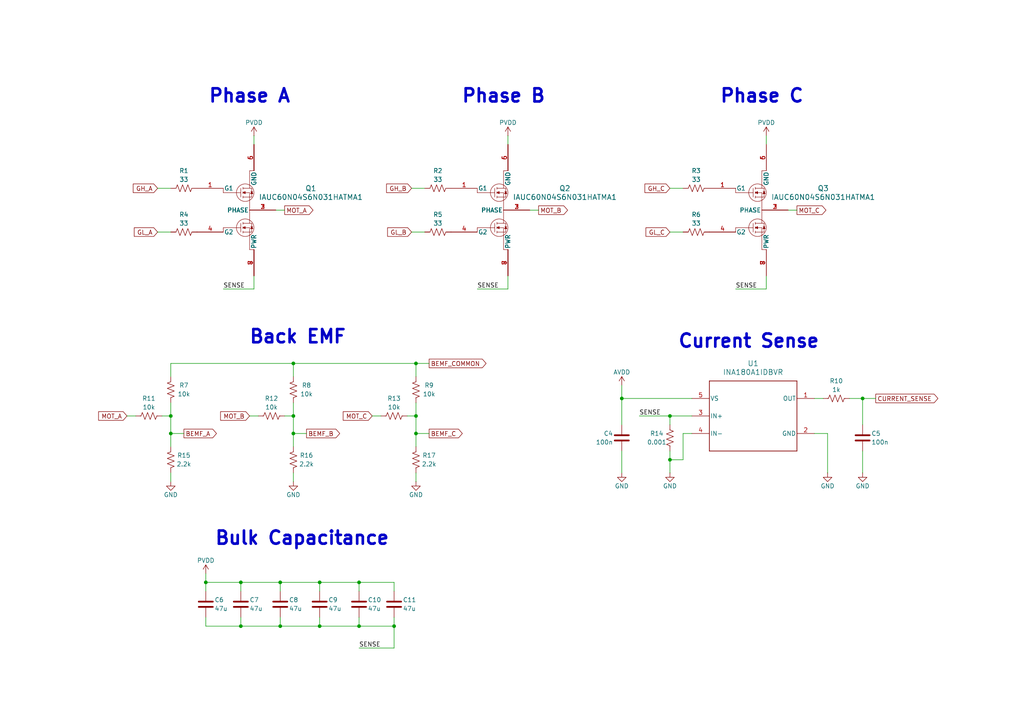
<source format=kicad_sch>
(kicad_sch (version 20231120) (generator "eeschema") (generator_version "8.0")
  (paper "A4")
  (title_block (title "Easy BLDC") (date "2024-08-06") (rev "2.0") (company "Peter Buckley Engineering"))
  (lib_symbols
    (symbol "Device:C" (pin_numbers hide) (pin_names (offset 0.254))
      (property "Reference" "C" (at 0.635 2.54 0))
      (property "Value" "C" (at 0.635 -2.54 0))
      (symbol "C_0_1"
        (polyline (pts (xy -2.032 -0.762) (xy 2.032 -0.762)) (stroke (width 0.508)))
        (polyline (pts (xy -2.032 0.762) (xy 2.032 0.762)) (stroke (width 0.508)))
      )
      (symbol "C_1_1"
        (pin passive line (at 0 3.81 270) (length 2.794) (name "~") (number "1"))
        (pin passive line (at 0 -3.81 90) (length 2.794) (name "~") (number "2"))
      )
    )
    (symbol "Device:R_US" (pin_numbers hide) (pin_names (offset 0))
      (property "Reference" "R" (at 2.54 0 90))
      (property "Value" "R_US" (at -2.54 0 90))
      (symbol "R_US_0_1"
        (polyline (pts (xy 0 -2.286) (xy 0 -2.54)))
        (polyline (pts (xy 0 2.286) (xy 0 2.54)))
        (polyline (pts (xy 0 -0.762) (xy 1.016 -1.143) (xy 0 -1.524) (xy -1.016 -1.905) (xy 0 -2.286)))
        (polyline (pts (xy 0 0.762) (xy 1.016 0.381) (xy 0 0) (xy -1.016 -0.381) (xy 0 -0.762)))
        (polyline (pts (xy 0 2.286) (xy 1.016 1.905) (xy 0 1.524) (xy -1.016 1.143) (xy 0 0.762)))
      )
      (symbol "R_US_1_1"
        (pin passive line (at 0 3.81 270) (length 1.27) (name "~") (number "1"))
        (pin passive line (at 0 -3.81 90) (length 1.27) (name "~") (number "2"))
      )
    )
    (symbol "EasyBLDC:IAUC60N04S6N031HATMA1" (pin_names (offset 0.254))
      (property "Reference" "Q" (at 5.08 8.89 0))
      (property "Value" "IAUC60N04S6N031HATMA1" (at 19.05 6.35 0))
      (symbol "IAUC60N04S6N031HATMA1_0_1"
        (circle (center -1.27 -5.08) (radius 2.54) (stroke (width 0.127)))
        (circle (center -1.27 5.08) (radius 2.54) (stroke (width 0.127)))
        (polyline (pts (xy -7.62 -6.35) (xy -7.62 -5.08)) (stroke (width 0.127)))
        (polyline (pts (xy -7.62 5.08) (xy -7.62 6.35)) (stroke (width 0.127)))
        (polyline (pts (xy -2.54 -6.35) (xy -2.54 -3.81)) (stroke (width 0.127)))
        (polyline (pts (xy -2.54 -5.08) (xy -7.62 -5.08)) (stroke (width 0.127)))
        (polyline (pts (xy -2.54 3.81) (xy -2.54 6.35)) (stroke (width 0.127)))
        (polyline (pts (xy -2.54 5.08) (xy -7.62 5.08)) (stroke (width 0.127)))
        (polyline (pts (xy -1.905 -6.6675) (xy -1.905 -6.0325)) (stroke (width 0.127)))
        (polyline (pts (xy -1.905 -6.35) (xy 0.635 -6.35)) (stroke (width 0.127)))
        (polyline (pts (xy -1.905 -5.3975) (xy -1.905 -4.7625)) (stroke (width 0.127)))
        (polyline (pts (xy -1.905 -5.08) (xy -1.27 -5.3975)) (stroke (width 0.127)))
        (polyline (pts (xy -1.905 -5.08) (xy 0 -5.08)) (stroke (width 0.127)))
        (polyline (pts (xy -1.905 -4.1275) (xy -1.905 -3.4925)) (stroke (width 0.127)))
        (polyline (pts (xy -1.905 3.4925) (xy -1.905 4.1275)) (stroke (width 0.127)))
        (polyline (pts (xy -1.905 3.81) (xy 0.635 3.81)) (stroke (width 0.127)))
        (polyline (pts (xy -1.905 4.7625) (xy -1.905 5.3975)) (stroke (width 0.127)))
        (polyline (pts (xy -1.905 5.08) (xy -1.27 4.7625)) (stroke (width 0.127)))
        (polyline (pts (xy -1.905 5.08) (xy 0 5.08)) (stroke (width 0.127)))
        (polyline (pts (xy -1.905 6.0325) (xy -1.905 6.6675)) (stroke (width 0.127)))
        (polyline (pts (xy -1.27 -5.3975) (xy -1.27 -4.7625)) (stroke (width 0.127)))
        (polyline (pts (xy -1.27 -4.7625) (xy -1.905 -5.08)) (stroke (width 0.127)))
        (polyline (pts (xy -1.27 4.7625) (xy -1.27 5.3975)) (stroke (width 0.127)))
        (polyline (pts (xy -1.27 5.3975) (xy -1.905 5.08)) (stroke (width 0.127)))
        (polyline (pts (xy 0 -11.43) (xy 1.27 -11.43)) (stroke (width 0.127)))
        (polyline (pts (xy 0 -5.08) (xy 0 -11.43)) (stroke (width 0.127)))
        (polyline (pts (xy 0 -3.81) (xy 0 0)) (stroke (width 0.127)))
        (polyline (pts (xy 0 5.08) (xy 0 0)) (stroke (width 0.127)))
        (polyline (pts (xy 0 6.35) (xy 0 11.43)) (stroke (width 0.127)))
        (polyline (pts (xy 0 11.43) (xy 1.27 11.43)) (stroke (width 0.127)))
        (polyline (pts (xy 0.3175 -5.3975) (xy 0.9525 -5.3975)) (stroke (width 0.127)))
        (polyline (pts (xy 0.3175 -4.7625) (xy 0.9525 -4.7625)) (stroke (width 0.127)))
        (polyline (pts (xy 0.3175 4.7625) (xy 0.9525 4.7625)) (stroke (width 0.127)))
        (polyline (pts (xy 0.3175 5.3975) (xy 0.9525 5.3975)) (stroke (width 0.127)))
        (polyline (pts (xy 0.635 -6.35) (xy 0.635 -3.81)) (stroke (width 0.127)))
        (polyline (pts (xy 0.635 -4.7625) (xy 0.3175 -5.3975)) (stroke (width 0.127)))
        (polyline (pts (xy 0.635 -3.81) (xy -1.905 -3.81)) (stroke (width 0.127)))
        (polyline (pts (xy 0.635 3.81) (xy 0.635 6.35)) (stroke (width 0.127)))
        (polyline (pts (xy 0.635 5.3975) (xy 0.3175 4.7625)) (stroke (width 0.127)))
        (polyline (pts (xy 0.635 6.35) (xy -1.905 6.35)) (stroke (width 0.127)))
        (polyline (pts (xy 0.9525 -5.3975) (xy 0.635 -4.7625)) (stroke (width 0.127)))
        (polyline (pts (xy 0.9525 4.7625) (xy 0.635 5.3975)) (stroke (width 0.127)))
        (polyline (pts (xy -1.27 -5.3975) (xy -1.27 -4.7625) (xy -1.905 -5.08)) (fill (type outline)))
        (polyline (pts (xy -1.27 4.7625) (xy -1.27 5.3975) (xy -1.905 5.08)) (fill (type outline)))
        (polyline (pts (xy 0.9525 -5.3975) (xy 0.635 -4.7625) (xy 0.3175 -5.3975)) (fill (type outline)))
        (polyline (pts (xy 0.9525 4.7625) (xy 0.635 5.3975) (xy 0.3175 4.7625)) (fill (type outline)))
        (pin unspecified line (at 7.62 0 180) (length 7.62) (name "PHASE") (number "2"))
        (pin unspecified line (at 7.62 0 180) (length 7.62) (name "PHASE") (number "3"))
        (pin power_out line (at 1.27 19.05 270) (length 7.62) (name "GND") (number "5"))
        (pin power_out line (at 1.27 19.05 270) (length 7.62) (name "GND") (number "6"))
      )
      (symbol "IAUC60N04S6N031HATMA1_1_1"
        (pin unspecified line (at -15.24 6.35 0) (length 7.62) (name "G1") (number "1"))
        (pin unspecified line (at -15.24 -6.35 0) (length 7.62) (name "G2") (number "4"))
        (pin unspecified line (at 1.27 -19.05 90) (length 7.62) (name "PWR") (number "7"))
        (pin unspecified line (at 1.27 -19.05 90) (length 7.62) (name "PWR") (number "8"))
      )
    )
    (symbol "EasyBLDC:INA180A1IDBVR" (pin_names (offset 0.254))
      (property "Reference" "U" (at 0 2.54 0))
      (property "Value" "INA180A1IDBVR" (at 0 0 0))
      (symbol "INA180A1IDBVR_0_1"
        (polyline (pts (xy -12.7 -10.16) (xy 12.7 -10.16)) (stroke (width 0.2032)))
        (polyline (pts (xy -12.7 10.16) (xy -12.7 -10.16)) (stroke (width 0.2032)))
        (polyline (pts (xy 12.7 -10.16) (xy 12.7 10.16)) (stroke (width 0.2032)))
        (polyline (pts (xy 12.7 10.16) (xy -12.7 10.16)) (stroke (width 0.2032)))
        (pin output line (at 17.78 5.08 180) (length 5.08) (name "OUT") (number "1"))
        (pin power_in line (at 17.78 -5.08 180) (length 5.08) (name "GND") (number "2"))
        (pin input line (at -17.78 0 0) (length 5.08) (name "IN+") (number "3"))
        (pin input line (at -17.78 -5.08 0) (length 5.08) (name "IN-") (number "4"))
        (pin power_in line (at -17.78 5.08 0) (length 5.08) (name "VS") (number "5"))
      )
    )
    (symbol "power:+1V2" (power) (pin_numbers hide) (pin_names (offset 0) hide)
      (property "Value" "+1V2" (at 0 3.556 0))
      (symbol "+1V2_0_1"
        (polyline (pts (xy -0.762 1.27) (xy 0 2.54)))
        (polyline (pts (xy 0 0) (xy 0 2.54)))
        (polyline (pts (xy 0 2.54) (xy 0.762 1.27)))
      )
      (symbol "+1V2_1_1"
        (pin power_in line (at 0 0 90) (length 0) (name "~") (number "1"))
      )
    )
    (symbol "power:GND" (power) (pin_numbers hide) (pin_names (offset 0) hide)
      (property "Value" "GND" (at 0 -3.81 0))
      (symbol "GND_0_1"
        (polyline (pts (xy 0 0) (xy 0 -1.27) (xy 1.27 -1.27) (xy 0 -2.54) (xy -1.27 -1.27) (xy 0 -1.27)))
      )
      (symbol "GND_1_1"
        (pin power_in line (at 0 0 270) (length 0) (name "~") (number "1"))
      )
    )
  )
  (junction (at 49.53 125.73))
  (junction (at 104.14 181.61))
  (junction (at 120.65 120.65))
  (junction (at 69.85 168.91))
  (junction (at 92.71 181.61))
  (junction (at 49.53 120.65))
  (junction (at 120.65 125.73))
  (junction (at 180.34 115.57))
  (junction (at 194.31 120.65))
  (junction (at 194.31 133.35))
  (junction (at 59.69 168.91))
  (junction (at 120.65 105.41))
  (junction (at 85.09 125.73))
  (junction (at 85.09 105.41))
  (junction (at 81.28 168.91))
  (junction (at 81.28 181.61))
  (junction (at 69.85 181.61))
  (junction (at 104.14 168.91))
  (junction (at 92.71 168.91))
  (junction (at 250.19 115.57))
  (junction (at 114.3 181.61))
  (junction (at 85.09 120.65))
  (wire (pts (xy 194.31 120.65) (xy 194.31 123.19)))
  (wire (pts (xy 59.69 181.61) (xy 69.85 181.61)))
  (wire (pts (xy 194.31 133.35) (xy 194.31 137.16)))
  (wire (pts (xy 250.19 115.57) (xy 254 115.57)))
  (wire (pts (xy 59.69 171.45) (xy 59.69 168.91)))
  (wire (pts (xy 92.71 168.91) (xy 104.14 168.91)))
  (wire (pts (xy 118.11 120.65) (xy 120.65 120.65)))
  (wire (pts (xy 85.09 125.73) (xy 85.09 129.54)))
  (wire (pts (xy 104.14 168.91) (xy 114.3 168.91)))
  (wire (pts (xy 147.32 83.82) (xy 147.32 80.01)))
  (wire (pts (xy 69.85 181.61) (xy 69.85 179.07)))
  (wire (pts (xy 46.99 120.65) (xy 49.53 120.65)))
  (wire (pts (xy 81.28 168.91) (xy 92.71 168.91)))
  (wire (pts (xy 59.69 179.07) (xy 59.69 181.61)))
  (wire (pts (xy 85.09 120.65) (xy 85.09 125.73)))
  (wire (pts (xy 240.03 125.73) (xy 240.03 137.16)))
  (wire (pts (xy 69.85 168.91) (xy 81.28 168.91)))
  (wire (pts (xy 73.66 39.37) (xy 73.66 41.91)))
  (wire (pts (xy 85.09 105.41) (xy 120.65 105.41)))
  (wire (pts (xy 107.95 120.65) (xy 110.49 120.65)))
  (wire (pts (xy 69.85 168.91) (xy 69.85 171.45)))
  (wire (pts (xy 246.38 115.57) (xy 250.19 115.57)))
  (wire (pts (xy 92.71 168.91) (xy 92.71 171.45)))
  (wire (pts (xy 49.53 105.41) (xy 85.09 105.41)))
  (wire (pts (xy 45.72 67.31) (xy 49.53 67.31)))
  (wire (pts (xy 222.25 83.82) (xy 222.25 80.01)))
  (wire (pts (xy 138.43 83.82) (xy 147.32 83.82)))
  (wire (pts (xy 120.65 125.73) (xy 120.65 129.54)))
  (wire (pts (xy 194.31 120.65) (xy 200.66 120.65)))
  (wire (pts (xy 236.22 115.57) (xy 238.76 115.57)))
  (wire (pts (xy 180.34 115.57) (xy 180.34 111.76)))
  (wire (pts (xy 194.31 54.61) (xy 198.12 54.61)))
  (wire (pts (xy 49.53 120.65) (xy 49.53 125.73)))
  (wire (pts (xy 104.14 181.61) (xy 104.14 179.07)))
  (wire (pts (xy 153.67 60.96) (xy 156.21 60.96)))
  (wire (pts (xy 92.71 181.61) (xy 104.14 181.61)))
  (wire (pts (xy 180.34 130.81) (xy 180.34 137.16)))
  (wire (pts (xy 36.83 120.65) (xy 39.37 120.65)))
  (wire (pts (xy 45.72 54.61) (xy 49.53 54.61)))
  (wire (pts (xy 85.09 137.16) (xy 85.09 139.7)))
  (wire (pts (xy 120.65 137.16) (xy 120.65 139.7)))
  (wire (pts (xy 81.28 181.61) (xy 92.71 181.61)))
  (wire (pts (xy 120.65 116.84) (xy 120.65 120.65)))
  (wire (pts (xy 64.77 83.82) (xy 73.66 83.82)))
  (wire (pts (xy 81.28 181.61) (xy 81.28 179.07)))
  (wire (pts (xy 194.31 130.81) (xy 194.31 133.35)))
  (wire (pts (xy 53.34 125.73) (xy 49.53 125.73)))
  (wire (pts (xy 85.09 116.84) (xy 85.09 120.65)))
  (wire (pts (xy 72.39 120.65) (xy 74.93 120.65)))
  (wire (pts (xy 120.65 105.41) (xy 124.46 105.41)))
  (wire (pts (xy 213.36 83.82) (xy 222.25 83.82)))
  (wire (pts (xy 92.71 181.61) (xy 92.71 179.07)))
  (wire (pts (xy 69.85 181.61) (xy 81.28 181.61)))
  (wire (pts (xy 49.53 116.84) (xy 49.53 120.65)))
  (wire (pts (xy 194.31 67.31) (xy 198.12 67.31)))
  (wire (pts (xy 120.65 105.41) (xy 120.65 109.22)))
  (wire (pts (xy 180.34 115.57) (xy 180.34 123.19)))
  (wire (pts (xy 250.19 130.81) (xy 250.19 137.16)))
  (wire (pts (xy 194.31 133.35) (xy 198.12 133.35)))
  (wire (pts (xy 119.38 54.61) (xy 123.19 54.61)))
  (wire (pts (xy 250.19 115.57) (xy 250.19 123.19)))
  (wire (pts (xy 114.3 181.61) (xy 114.3 187.96)))
  (wire (pts (xy 49.53 109.22) (xy 49.53 105.41)))
  (wire (pts (xy 185.42 120.65) (xy 194.31 120.65)))
  (wire (pts (xy 82.55 120.65) (xy 85.09 120.65)))
  (wire (pts (xy 198.12 125.73) (xy 198.12 133.35)))
  (wire (pts (xy 200.66 125.73) (xy 198.12 125.73)))
  (wire (pts (xy 73.66 83.82) (xy 73.66 80.01)))
  (wire (pts (xy 222.25 39.37) (xy 222.25 41.91)))
  (wire (pts (xy 114.3 168.91) (xy 114.3 171.45)))
  (wire (pts (xy 49.53 125.73) (xy 49.53 129.54)))
  (wire (pts (xy 88.9 125.73) (xy 85.09 125.73)))
  (wire (pts (xy 228.6 60.96) (xy 231.14 60.96)))
  (wire (pts (xy 81.28 168.91) (xy 81.28 171.45)))
  (wire (pts (xy 200.66 115.57) (xy 180.34 115.57)))
  (wire (pts (xy 80.01 60.96) (xy 82.55 60.96)))
  (wire (pts (xy 85.09 105.41) (xy 85.09 109.22)))
  (wire (pts (xy 119.38 67.31) (xy 123.19 67.31)))
  (wire (pts (xy 120.65 120.65) (xy 120.65 125.73)))
  (wire (pts (xy 124.46 125.73) (xy 120.65 125.73)))
  (wire (pts (xy 59.69 168.91) (xy 69.85 168.91)))
  (wire (pts (xy 104.14 168.91) (xy 104.14 171.45)))
  (wire (pts (xy 104.14 187.96) (xy 114.3 187.96)))
  (wire (pts (xy 147.32 39.37) (xy 147.32 41.91)))
  (wire (pts (xy 104.14 181.61) (xy 114.3 181.61)))
  (wire (pts (xy 49.53 137.16) (xy 49.53 139.7)))
  (wire (pts (xy 114.3 181.61) (xy 114.3 179.07)))
  (wire (pts (xy 59.69 166.37) (xy 59.69 168.91)))
  (wire (pts (xy 240.03 125.73) (xy 236.22 125.73)))
  (text "Current Sense\n" (at 217.17 99.06 0) (effects (font (size 3.81 3.81) (thickness 0.762) (bold yes))))
  (text "Phase C\n" (at 220.98 27.94 0) (effects (font (size 3.81 3.81) (thickness 0.762) (bold yes))))
  (text "Bulk Capacitance" (at 87.63 156.21 0) (effects (font (size 3.81 3.81) (thickness 0.762) (bold yes))))
  (text "Phase B" (at 146.05 27.94 0) (effects (font (size 3.81 3.81) (thickness 0.762) (bold yes))))
  (text "Back EMF\n" (at 86.36 97.79 0) (effects (font (size 3.81 3.81) (thickness 0.762) (bold yes))))
  (text "Phase A" (at 72.39 27.94 0) (effects (font (size 3.81 3.81) (thickness 0.762) (bold yes))))
  (label "SENSE" (at 213.36 83.82 0))
  (label "SENSE" (at 104.14 187.96 0))
  (label "SENSE" (at 185.42 120.65 0))
  (label "SENSE" (at 138.43 83.82 0))
  (label "SENSE" (at 64.77 83.82 0))
  (global_label "MOT_B" (shape output) (at 156.21 60.96 0) (property "Intersheetrefs" "${INTERSHEET_REFS}" (effects (hide yes))))
  (global_label "MOT_A" (shape input) (at 36.83 120.65 180) (property "Intersheetrefs" "${INTERSHEET_REFS}" (effects (hide yes))))
  (global_label "MOT_C" (shape output) (at 231.14 60.96 0) (property "Intersheetrefs" "${INTERSHEET_REFS}" (effects (hide yes))))
  (global_label "MOT_C" (shape input) (at 107.95 120.65 180) (property "Intersheetrefs" "${INTERSHEET_REFS}" (effects (hide yes))))
  (global_label "GH_C" (shape input) (at 194.31 54.61 180) (property "Intersheetrefs" "${INTERSHEET_REFS}" (effects (hide yes))))
  (global_label "MOT_B" (shape input) (at 72.39 120.65 180) (property "Intersheetrefs" "${INTERSHEET_REFS}" (effects (hide yes))))
  (global_label "GL_B" (shape input) (at 119.38 67.31 180) (property "Intersheetrefs" "${INTERSHEET_REFS}" (effects (hide yes))))
  (global_label "BEMF_B" (shape output) (at 88.9 125.73 0) (property "Intersheetrefs" "${INTERSHEET_REFS}" (effects (hide yes))))
  (global_label "MOT_A" (shape output) (at 82.55 60.96 0) (property "Intersheetrefs" "${INTERSHEET_REFS}" (effects (hide yes))))
  (global_label "BEMF_C" (shape output) (at 124.46 125.73 0) (property "Intersheetrefs" "${INTERSHEET_REFS}" (effects (hide yes))))
  (global_label "GH_B" (shape input) (at 119.38 54.61 180) (property "Intersheetrefs" "${INTERSHEET_REFS}" (effects (hide yes))))
  (global_label "GL_C" (shape input) (at 194.31 67.31 180) (property "Intersheetrefs" "${INTERSHEET_REFS}" (effects (hide yes))))
  (global_label "BEMF_A" (shape output) (at 53.34 125.73 0) (property "Intersheetrefs" "${INTERSHEET_REFS}" (effects (hide yes))))
  (global_label "BEMF_COMMON" (shape output) (at 124.46 105.41 0) (property "Intersheetrefs" "${INTERSHEET_REFS}" (effects (hide yes))))
  (global_label "GH_A" (shape input) (at 45.72 54.61 180) (property "Intersheetrefs" "${INTERSHEET_REFS}" (effects (hide yes))))
  (global_label "CURRENT_SENSE" (shape output) (at 254 115.57 0) (property "Intersheetrefs" "${INTERSHEET_REFS}" (effects (hide yes))))
  (global_label "GL_A" (shape input) (at 45.72 67.31 180) (property "Intersheetrefs" "${INTERSHEET_REFS}" (effects (hide yes))))
  (symbol (lib_id "Device:R_US") (at 201.93 54.61 90) (unit 1)
    (property "Reference" "R3" (at 201.93 49.53 90))
    (property "Value" "33" (at 201.93 52.07 90))
    (property "Footprint" "Resistor_SMD:R_0402_1005Metric" (effects (hide yes)))
    (property "Description" "Resistor, US symbol" (effects (hide yes)))
  )
  (symbol (lib_id "power:GND") (at 194.31 137.16 0) (unit 1)
    (property "Reference" "#PWR09" (effects (hide yes)))
    (property "Value" "GND" (at 194.31 140.97 0))
    (property "Description" "Power symbol creates a global label with name \"GND\" , ground" (effects (hide yes)))
  )
  (symbol (lib_id "Device:R_US") (at 127 67.31 90) (unit 1)
    (property "Reference" "R5" (at 127 62.23 90))
    (property "Value" "33" (at 127 64.77 90))
    (property "Footprint" "Resistor_SMD:R_0402_1005Metric" (effects (hide yes)))
    (property "Description" "Resistor, US symbol" (effects (hide yes)))
  )
  (symbol (lib_id "power:GND") (at 85.09 139.7 0) (unit 1)
    (property "Reference" "#PWR013" (effects (hide yes)))
    (property "Value" "GND" (at 85.09 143.51 0))
    (property "Description" "Power symbol creates a global label with name \"GND\" , ground" (effects (hide yes)))
  )
  (symbol (lib_id "Device:R_US") (at 49.53 133.35 0) (mirror x) (unit 1)
    (property "Reference" "R15" (at 53.34 132.08 0))
    (property "Value" "2.2k" (at 53.34 134.62 0))
    (property "Footprint" "Resistor_SMD:R_0402_1005Metric" (effects (hide yes)))
    (property "Description" "Resistor, US symbol" (effects (hide yes)))
  )
  (symbol (lib_id "Device:C") (at 180.34 127 0) (mirror y) (unit 1)
    (property "Reference" "C4" (at 177.8 125.73 0) (effects (justify left)))
    (property "Value" "100n" (at 177.8 128.27 0) (effects (justify left)))
    (property "Footprint" "Capacitor_SMD:C_0402_1005Metric" (effects (hide yes)))
    (property "Description" "Unpolarized capacitor" (effects (hide yes)))
  )
  (symbol (lib_id "Device:R_US") (at 43.18 120.65 90) (unit 1)
    (property "Reference" "R11" (at 43.18 115.57 90))
    (property "Value" "10k" (at 43.18 118.11 90))
    (property "Footprint" "Resistor_SMD:R_0402_1005Metric" (effects (hide yes)))
    (property "Description" "Resistor, US symbol" (effects (hide yes)))
  )
  (symbol (lib_id "Device:C") (at 81.28 175.26 0) (unit 1)
    (property "Reference" "C8" (at 83.82 173.99 0) (effects (justify left)))
    (property "Value" "47u" (at 83.82 176.53 0) (effects (justify left)))
    (property "Footprint" "Capacitor_SMD:C_1206_3216Metric" (effects (hide yes)))
    (property "Description" "Unpolarized capacitor" (effects (hide yes)))
  )
  (symbol (lib_id "Device:C") (at 92.71 175.26 0) (unit 1)
    (property "Reference" "C9" (at 95.25 173.99 0) (effects (justify left)))
    (property "Value" "47u" (at 95.25 176.53 0) (effects (justify left)))
    (property "Footprint" "Capacitor_SMD:C_1206_3216Metric" (effects (hide yes)))
    (property "Description" "Unpolarized capacitor" (effects (hide yes)))
  )
  (symbol (lib_id "power:GND") (at 250.19 137.16 0) (unit 1)
    (property "Reference" "#PWR011" (effects (hide yes)))
    (property "Value" "GND" (at 250.19 140.97 0))
    (property "Description" "Power symbol creates a global label with name \"GND\" , ground" (effects (hide yes)))
  )
  (symbol (lib_id "EasyBLDC:IAUC60N04S6N031HATMA1") (at 72.39 60.96 0) (unit 1)
    (property "Reference" "Q1" (at 90.17 54.6414 0) (effects (font (size 1.524 1.524))))
    (property "Value" "IAUC60N04S6N031HATMA1" (at 90.17 57.1814 0) (effects (font (size 1.524 1.524))))
    (property "Footprint" "EasyBLDC:PG-TDSON-8-56-2" (effects (hide yes)))
    (property "Datasheet" "IAUC60N04S6N031HATMA1" (effects (hide yes)))
  )
  (symbol (lib_id "Device:R_US") (at 127 54.61 90) (unit 1)
    (property "Reference" "R2" (at 127 49.53 90))
    (property "Value" "33" (at 127 52.07 90))
    (property "Footprint" "Resistor_SMD:R_0402_1005Metric" (effects (hide yes)))
    (property "Description" "Resistor, US symbol" (effects (hide yes)))
  )
  (symbol (lib_id "Device:R_US") (at 85.09 113.03 0) (mirror x) (unit 1)
    (property "Reference" "R8" (at 88.9 111.76 0))
    (property "Value" "10k" (at 88.9 114.3 0))
    (property "Footprint" "Resistor_SMD:R_0402_1005Metric" (effects (hide yes)))
    (property "Description" "Resistor, US symbol" (effects (hide yes)))
  )
  (symbol (lib_id "power:+1V2") (at 73.66 39.37 0) (unit 1)
    (property "Reference" "#PWR04" (effects (hide yes)))
    (property "Value" "PVDD" (at 73.66 35.56 0))
    (property "Description" "Power symbol creates a global label with name \"+1V2\"" (effects (hide yes)))
  )
  (symbol (lib_id "Device:R_US") (at 201.93 67.31 90) (unit 1)
    (property "Reference" "R6" (at 201.93 62.23 90))
    (property "Value" "33" (at 201.93 64.77 90))
    (property "Footprint" "Resistor_SMD:R_0402_1005Metric" (effects (hide yes)))
    (property "Description" "Resistor, US symbol" (effects (hide yes)))
  )
  (symbol (lib_id "Device:R_US") (at 194.31 127 180) (unit 1)
    (property "Reference" "R14" (at 190.5 125.73 0))
    (property "Value" "0.001" (at 190.5 128.27 0))
    (property "Footprint" "Resistor_SMD:R_2512_6332Metric" (effects (hide yes)))
    (property "Description" "Resistor, US symbol" (effects (hide yes)))
  )
  (symbol (lib_id "EasyBLDC:INA180A1IDBVR") (at 218.44 120.65 0) (unit 1)
    (property "Reference" "U1" (at 218.44 105.41 0) (effects (font (size 1.524 1.524))))
    (property "Value" "INA180A1IDBVR" (at 218.44 107.95 0) (effects (font (size 1.524 1.524))))
    (property "Footprint" "EasyBLDC:DBV0005A_N" (effects (hide yes)))
    (property "Datasheet" "INA180A1IDBVR" (effects (hide yes)))
  )
  (symbol (lib_id "Device:R_US") (at 53.34 67.31 90) (unit 1)
    (property "Reference" "R4" (at 53.34 62.23 90))
    (property "Value" "33" (at 53.34 64.77 90))
    (property "Footprint" "Resistor_SMD:R_0402_1005Metric" (effects (hide yes)))
    (property "Description" "Resistor, US symbol" (effects (hide yes)))
  )
  (symbol (lib_id "Device:R_US") (at 114.3 120.65 90) (unit 1)
    (property "Reference" "R13" (at 114.3 115.57 90))
    (property "Value" "10k" (at 114.3 118.11 90))
    (property "Footprint" "Resistor_SMD:R_0402_1005Metric" (effects (hide yes)))
    (property "Description" "Resistor, US symbol" (effects (hide yes)))
  )
  (symbol (lib_id "power:GND") (at 180.34 137.16 0) (unit 1)
    (property "Reference" "#PWR08" (effects (hide yes)))
    (property "Value" "GND" (at 180.34 140.97 0))
    (property "Description" "Power symbol creates a global label with name \"GND\" , ground" (effects (hide yes)))
  )
  (symbol (lib_id "Device:C") (at 69.85 175.26 0) (unit 1)
    (property "Reference" "C7" (at 72.39 173.99 0) (effects (justify left)))
    (property "Value" "47u" (at 72.39 176.53 0) (effects (justify left)))
    (property "Footprint" "Capacitor_SMD:C_1206_3216Metric" (effects (hide yes)))
    (property "Description" "Unpolarized capacitor" (effects (hide yes)))
  )
  (symbol (lib_id "Device:R_US") (at 120.65 113.03 0) (mirror x) (unit 1)
    (property "Reference" "R9" (at 124.46 111.76 0))
    (property "Value" "10k" (at 124.46 114.3 0))
    (property "Footprint" "Resistor_SMD:R_0402_1005Metric" (effects (hide yes)))
    (property "Description" "Resistor, US symbol" (effects (hide yes)))
  )
  (symbol (lib_id "power:GND") (at 120.65 139.7 0) (unit 1)
    (property "Reference" "#PWR014" (effects (hide yes)))
    (property "Value" "GND" (at 120.65 143.51 0))
    (property "Description" "Power symbol creates a global label with name \"GND\" , ground" (effects (hide yes)))
  )
  (symbol (lib_id "power:GND") (at 49.53 139.7 0) (unit 1)
    (property "Reference" "#PWR012" (effects (hide yes)))
    (property "Value" "GND" (at 49.53 143.51 0))
    (property "Description" "Power symbol creates a global label with name \"GND\" , ground" (effects (hide yes)))
  )
  (symbol (lib_id "Device:C") (at 114.3 175.26 0) (unit 1)
    (property "Reference" "C11" (at 116.84 173.99 0) (effects (justify left)))
    (property "Value" "47u" (at 116.84 176.53 0) (effects (justify left)))
    (property "Footprint" "Capacitor_SMD:C_1206_3216Metric" (effects (hide yes)))
    (property "Description" "Unpolarized capacitor" (effects (hide yes)))
  )
  (symbol (lib_id "power:GND") (at 240.03 137.16 0) (unit 1)
    (property "Reference" "#PWR010" (effects (hide yes)))
    (property "Value" "GND" (at 240.03 140.97 0))
    (property "Description" "Power symbol creates a global label with name \"GND\" , ground" (effects (hide yes)))
  )
  (symbol (lib_id "power:+1V2") (at 147.32 39.37 0) (unit 1)
    (property "Reference" "#PWR05" (effects (hide yes)))
    (property "Value" "PVDD" (at 147.32 35.56 0))
    (property "Description" "Power symbol creates a global label with name \"+1V2\"" (effects (hide yes)))
  )
  (symbol (lib_id "power:+1V2") (at 180.34 111.76 0) (unit 1)
    (property "Reference" "#PWR07" (effects (hide yes)))
    (property "Value" "AVDD" (at 180.34 107.95 0))
    (property "Description" "Power symbol creates a global label with name \"+1V2\"" (effects (hide yes)))
  )
  (symbol (lib_id "Device:R_US") (at 120.65 133.35 0) (mirror x) (unit 1)
    (property "Reference" "R17" (at 124.46 132.08 0))
    (property "Value" "2.2k" (at 124.46 134.62 0))
    (property "Footprint" "Resistor_SMD:R_0402_1005Metric" (effects (hide yes)))
    (property "Description" "Resistor, US symbol" (effects (hide yes)))
  )
  (symbol (lib_id "Device:C") (at 250.19 127 0) (unit 1)
    (property "Reference" "C5" (at 252.73 125.73 0) (effects (justify left)))
    (property "Value" "100n" (at 252.73 128.27 0) (effects (justify left)))
    (property "Footprint" "Capacitor_SMD:C_0402_1005Metric" (effects (hide yes)))
    (property "Description" "Unpolarized capacitor" (effects (hide yes)))
  )
  (symbol (lib_id "power:+1V2") (at 59.69 166.37 0) (unit 1)
    (property "Reference" "#PWR015" (effects (hide yes)))
    (property "Value" "PVDD" (at 59.69 162.56 0))
    (property "Description" "Power symbol creates a global label with name \"+1V2\"" (effects (hide yes)))
  )
  (symbol (lib_id "Device:R_US") (at 78.74 120.65 90) (unit 1)
    (property "Reference" "R12" (at 78.74 115.57 90))
    (property "Value" "10k" (at 78.74 118.11 90))
    (property "Footprint" "Resistor_SMD:R_0402_1005Metric" (effects (hide yes)))
    (property "Description" "Resistor, US symbol" (effects (hide yes)))
  )
  (symbol (lib_id "EasyBLDC:IAUC60N04S6N031HATMA1") (at 220.98 60.96 0) (unit 1)
    (property "Reference" "Q3" (at 238.76 54.6414 0) (effects (font (size 1.524 1.524))))
    (property "Value" "IAUC60N04S6N031HATMA1" (at 238.76 57.1814 0) (effects (font (size 1.524 1.524))))
    (property "Footprint" "EasyBLDC:PG-TDSON-8-56-2" (effects (hide yes)))
    (property "Datasheet" "IAUC60N04S6N031HATMA1" (effects (hide yes)))
  )
  (symbol (lib_id "Device:R_US") (at 53.34 54.61 90) (unit 1)
    (property "Reference" "R1" (at 53.34 49.53 90))
    (property "Value" "33" (at 53.34 52.07 90))
    (property "Footprint" "Resistor_SMD:R_0402_1005Metric" (effects (hide yes)))
    (property "Description" "Resistor, US symbol" (effects (hide yes)))
  )
  (symbol (lib_id "EasyBLDC:IAUC60N04S6N031HATMA1") (at 146.05 60.96 0) (unit 1)
    (property "Reference" "Q2" (at 163.83 54.6414 0) (effects (font (size 1.524 1.524))))
    (property "Value" "IAUC60N04S6N031HATMA1" (at 163.83 57.1814 0) (effects (font (size 1.524 1.524))))
    (property "Footprint" "EasyBLDC:PG-TDSON-8-56-2" (effects (hide yes)))
    (property "Datasheet" "IAUC60N04S6N031HATMA1" (effects (hide yes)))
  )
  (symbol (lib_id "Device:C") (at 59.69 175.26 0) (unit 1)
    (property "Reference" "C6" (at 62.23 173.99 0) (effects (justify left)))
    (property "Value" "47u" (at 62.23 176.53 0) (effects (justify left)))
    (property "Footprint" "Capacitor_SMD:C_1206_3216Metric" (effects (hide yes)))
    (property "Description" "Unpolarized capacitor" (effects (hide yes)))
  )
  (symbol (lib_id "Device:R_US") (at 85.09 133.35 0) (mirror x) (unit 1)
    (property "Reference" "R16" (at 88.9 132.08 0))
    (property "Value" "2.2k" (at 88.9 134.62 0))
    (property "Footprint" "Resistor_SMD:R_0402_1005Metric" (effects (hide yes)))
    (property "Description" "Resistor, US symbol" (effects (hide yes)))
  )
  (symbol (lib_id "Device:R_US") (at 242.57 115.57 90) (unit 1)
    (property "Reference" "R10" (at 242.57 110.49 90))
    (property "Value" "1k" (at 242.57 113.03 90))
    (property "Footprint" "Resistor_SMD:R_0402_1005Metric" (effects (hide yes)))
    (property "Description" "Resistor, US symbol" (effects (hide yes)))
  )
  (symbol (lib_id "power:+1V2") (at 222.25 39.37 0) (unit 1)
    (property "Reference" "#PWR06" (effects (hide yes)))
    (property "Value" "PVDD" (at 222.25 35.56 0))
    (property "Description" "Power symbol creates a global label with name \"+1V2\"" (effects (hide yes)))
  )
  (symbol (lib_id "Device:C") (at 104.14 175.26 0) (unit 1)
    (property "Reference" "C10" (at 106.68 173.99 0) (effects (justify left)))
    (property "Value" "47u" (at 106.68 176.53 0) (effects (justify left)))
    (property "Footprint" "Capacitor_SMD:C_1206_3216Metric" (effects (hide yes)))
    (property "Description" "Unpolarized capacitor" (effects (hide yes)))
  )
  (symbol (lib_id "Device:R_US") (at 49.53 113.03 0) (mirror x) (unit 1)
    (property "Reference" "R7" (at 53.34 111.76 0))
    (property "Value" "10k" (at 53.34 114.3 0))
    (property "Footprint" "Resistor_SMD:R_0402_1005Metric" (effects (hide yes)))
    (property "Description" "Resistor, US symbol" (effects (hide yes)))
  )
)
</source>
